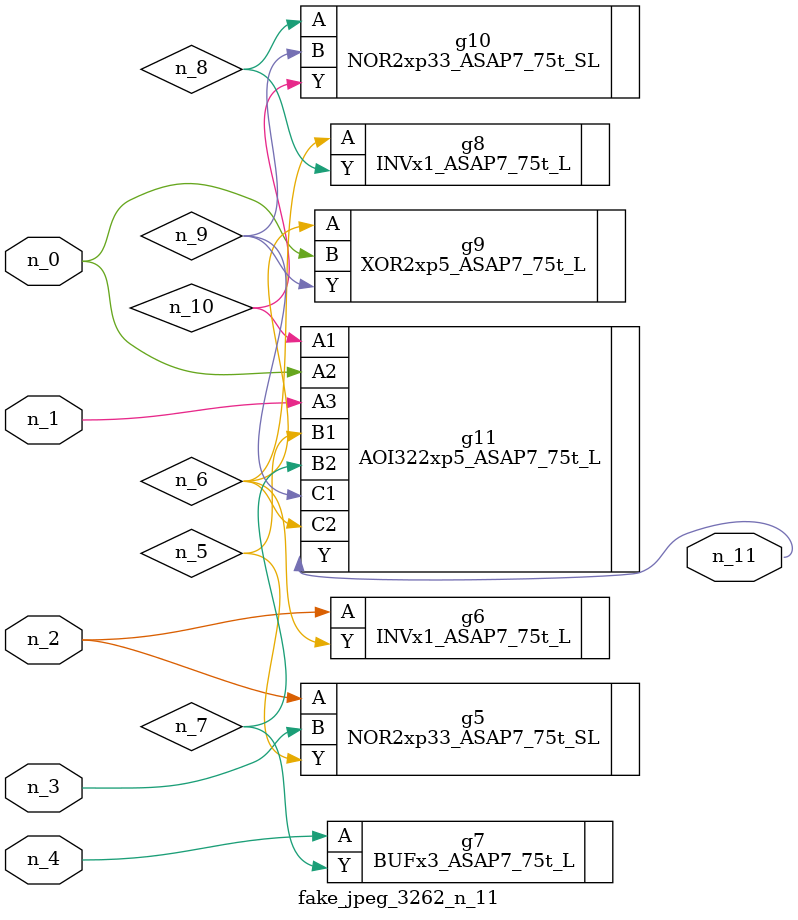
<source format=v>
module fake_jpeg_3262_n_11 (n_3, n_2, n_1, n_0, n_4, n_11);

input n_3;
input n_2;
input n_1;
input n_0;
input n_4;

output n_11;

wire n_10;
wire n_8;
wire n_9;
wire n_6;
wire n_5;
wire n_7;

NOR2xp33_ASAP7_75t_SL g5 ( 
.A(n_2),
.B(n_3),
.Y(n_5)
);

INVx1_ASAP7_75t_L g6 ( 
.A(n_2),
.Y(n_6)
);

BUFx3_ASAP7_75t_L g7 ( 
.A(n_4),
.Y(n_7)
);

INVx1_ASAP7_75t_L g8 ( 
.A(n_6),
.Y(n_8)
);

NOR2xp33_ASAP7_75t_SL g10 ( 
.A(n_8),
.B(n_9),
.Y(n_10)
);

XOR2xp5_ASAP7_75t_L g9 ( 
.A(n_6),
.B(n_0),
.Y(n_9)
);

AOI322xp5_ASAP7_75t_L g11 ( 
.A1(n_10),
.A2(n_0),
.A3(n_1),
.B1(n_5),
.B2(n_7),
.C1(n_9),
.C2(n_6),
.Y(n_11)
);


endmodule
</source>
